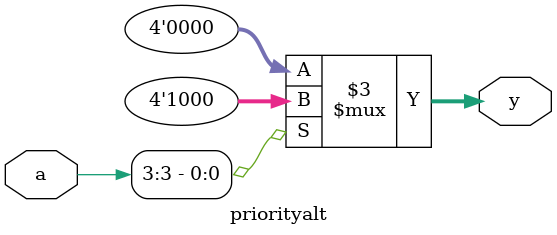
<source format=sv>
module priorityalt(input logic [3:0]a, output logic [3:0]y);
always_comb
casez(a)
4'b1???: y<=4'b1000;
4'b11??: y<=4'b0100;
4'b111?: y<=4'b0010;
4'b1111: y<=4'b0001;
default: y<=4'b0000;
endcase
endmodule
</source>
